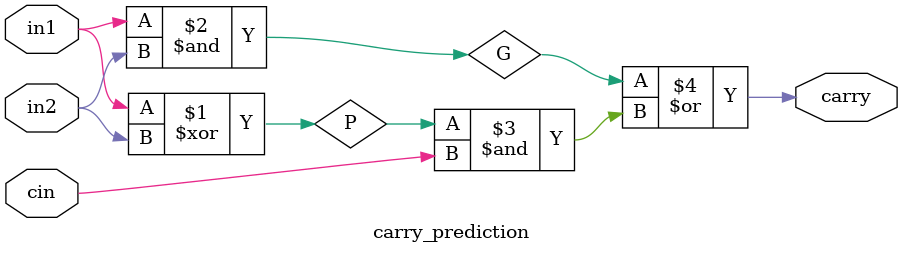
<source format=v>
`timescale 1ns / 1ps
module carry_prediction(in1, in2, cin, carry);

input in1;
input in2;
input cin;
output carry ;

wire P;
wire G ;   // this is the present step "generation" ..............

assign P = in1 ^in2 ;
assign G = in1 &in2 ;

assign carry = (G | (P&cin)) ;     // when we will call this then cin will be the previous step carry ...

endmodule

</source>
